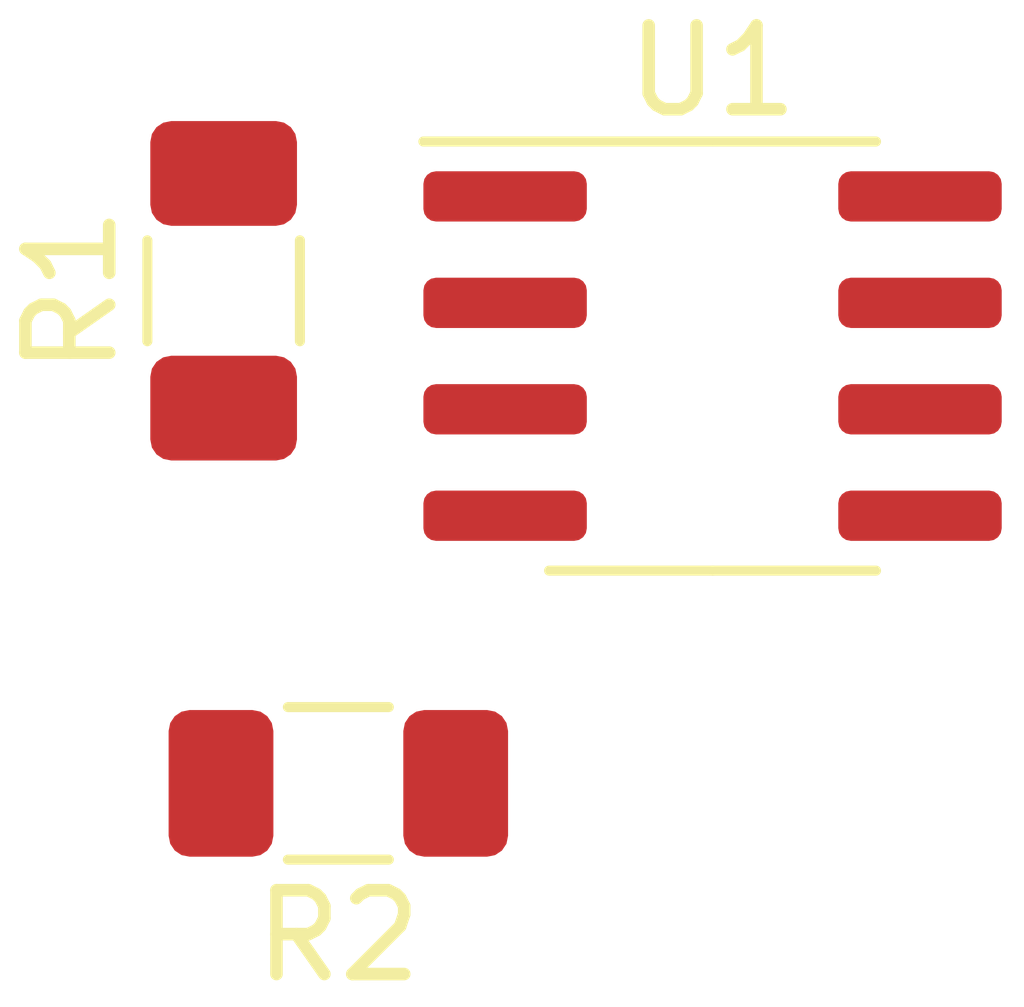
<source format=kicad_pcb>
(kicad_pcb (version 20171130) (host pcbnew "(5.1.2)-2")

  (general
    (thickness 1.6)
    (drawings 0)
    (tracks 0)
    (zones 0)
    (modules 3)
    (nets 7)
  )

  (page A4)
  (layers
    (0 F.Cu signal)
    (31 B.Cu signal)
    (32 B.Adhes user)
    (33 F.Adhes user)
    (34 B.Paste user)
    (35 F.Paste user)
    (36 B.SilkS user)
    (37 F.SilkS user)
    (38 B.Mask user)
    (39 F.Mask user)
    (40 Dwgs.User user)
    (41 Cmts.User user)
    (42 Eco1.User user)
    (43 Eco2.User user)
    (44 Edge.Cuts user)
    (45 Margin user)
    (46 B.CrtYd user)
    (47 F.CrtYd user)
    (48 B.Fab user)
    (49 F.Fab user)
  )

  (setup
    (last_trace_width 0.25)
    (trace_clearance 0.2)
    (zone_clearance 0.508)
    (zone_45_only no)
    (trace_min 0.2)
    (via_size 0.8)
    (via_drill 0.4)
    (via_min_size 0.4)
    (via_min_drill 0.3)
    (uvia_size 0.3)
    (uvia_drill 0.1)
    (uvias_allowed no)
    (uvia_min_size 0.2)
    (uvia_min_drill 0.1)
    (edge_width 0.05)
    (segment_width 0.2)
    (pcb_text_width 0.3)
    (pcb_text_size 1.5 1.5)
    (mod_edge_width 0.12)
    (mod_text_size 1 1)
    (mod_text_width 0.15)
    (pad_size 1.524 1.524)
    (pad_drill 0.762)
    (pad_to_mask_clearance 0.051)
    (solder_mask_min_width 0.25)
    (aux_axis_origin 0 0)
    (visible_elements 7FFFFFFF)
    (pcbplotparams
      (layerselection 0x010fc_ffffffff)
      (usegerberextensions false)
      (usegerberattributes false)
      (usegerberadvancedattributes false)
      (creategerberjobfile false)
      (excludeedgelayer true)
      (linewidth 0.100000)
      (plotframeref false)
      (viasonmask false)
      (mode 1)
      (useauxorigin false)
      (hpglpennumber 1)
      (hpglpenspeed 20)
      (hpglpendiameter 15.000000)
      (psnegative false)
      (psa4output false)
      (plotreference true)
      (plotvalue true)
      (plotinvisibletext false)
      (padsonsilk false)
      (subtractmaskfromsilk false)
      (outputformat 1)
      (mirror false)
      (drillshape 1)
      (scaleselection 1)
      (outputdirectory ""))
  )

  (net 0 "")
  (net 1 "Net-(R1-Pad1)")
  (net 2 GND)
  (net 3 "Net-(R2-Pad1)")
  (net 4 "Net-(U1-Pad1)")
  (net 5 "Net-(U1-Pad2)")
  (net 6 "Net-(U1-Pad5)")

  (net_class Default "This is the default net class."
    (clearance 0.2)
    (trace_width 0.25)
    (via_dia 0.8)
    (via_drill 0.4)
    (uvia_dia 0.3)
    (uvia_drill 0.1)
    (add_net GND)
    (add_net "Net-(R1-Pad1)")
    (add_net "Net-(R2-Pad1)")
    (add_net "Net-(U1-Pad1)")
    (add_net "Net-(U1-Pad2)")
    (add_net "Net-(U1-Pad5)")
  )

  (module Resistor_SMD:R_1206_3216Metric (layer F.Cu) (tedit 5B301BBD) (tstamp 5D537104)
    (at 143.9418 102.2761 90)
    (descr "Resistor SMD 1206 (3216 Metric), square (rectangular) end terminal, IPC_7351 nominal, (Body size source: http://www.tortai-tech.com/upload/download/2011102023233369053.pdf), generated with kicad-footprint-generator")
    (tags resistor)
    (path /5D537979)
    (attr smd)
    (fp_text reference R1 (at 0 -1.82 90) (layer F.SilkS)
      (effects (font (size 1 1) (thickness 0.15)))
    )
    (fp_text value R (at 0 1.82 90) (layer F.Fab)
      (effects (font (size 1 1) (thickness 0.15)))
    )
    (fp_line (start -1.6 0.8) (end -1.6 -0.8) (layer F.Fab) (width 0.1))
    (fp_line (start -1.6 -0.8) (end 1.6 -0.8) (layer F.Fab) (width 0.1))
    (fp_line (start 1.6 -0.8) (end 1.6 0.8) (layer F.Fab) (width 0.1))
    (fp_line (start 1.6 0.8) (end -1.6 0.8) (layer F.Fab) (width 0.1))
    (fp_line (start -0.602064 -0.91) (end 0.602064 -0.91) (layer F.SilkS) (width 0.12))
    (fp_line (start -0.602064 0.91) (end 0.602064 0.91) (layer F.SilkS) (width 0.12))
    (fp_line (start -2.28 1.12) (end -2.28 -1.12) (layer F.CrtYd) (width 0.05))
    (fp_line (start -2.28 -1.12) (end 2.28 -1.12) (layer F.CrtYd) (width 0.05))
    (fp_line (start 2.28 -1.12) (end 2.28 1.12) (layer F.CrtYd) (width 0.05))
    (fp_line (start 2.28 1.12) (end -2.28 1.12) (layer F.CrtYd) (width 0.05))
    (fp_text user %R (at 0 0 90) (layer F.Fab)
      (effects (font (size 0.8 0.8) (thickness 0.12)))
    )
    (pad 1 smd roundrect (at -1.4 0 90) (size 1.25 1.75) (layers F.Cu F.Paste F.Mask) (roundrect_rratio 0.2)
      (net 1 "Net-(R1-Pad1)"))
    (pad 2 smd roundrect (at 1.4 0 90) (size 1.25 1.75) (layers F.Cu F.Paste F.Mask) (roundrect_rratio 0.2)
      (net 2 GND))
    (model ${KISYS3DMOD}/Resistor_SMD.3dshapes/R_1206_3216Metric.wrl
      (at (xyz 0 0 0))
      (scale (xyz 1 1 1))
      (rotate (xyz 0 0 0))
    )
  )

  (module Resistor_SMD:R_1206_3216Metric (layer F.Cu) (tedit 5B301BBD) (tstamp 5D53C016)
    (at 145.3104 108.1532 180)
    (descr "Resistor SMD 1206 (3216 Metric), square (rectangular) end terminal, IPC_7351 nominal, (Body size source: http://www.tortai-tech.com/upload/download/2011102023233369053.pdf), generated with kicad-footprint-generator")
    (tags resistor)
    (path /5D538C75)
    (attr smd)
    (fp_text reference R2 (at 0 -1.82) (layer F.SilkS)
      (effects (font (size 1 1) (thickness 0.15)))
    )
    (fp_text value R (at 0 1.82) (layer F.Fab)
      (effects (font (size 1 1) (thickness 0.15)))
    )
    (fp_text user %R (at 0 0) (layer F.Fab)
      (effects (font (size 0.8 0.8) (thickness 0.12)))
    )
    (fp_line (start 2.28 1.12) (end -2.28 1.12) (layer F.CrtYd) (width 0.05))
    (fp_line (start 2.28 -1.12) (end 2.28 1.12) (layer F.CrtYd) (width 0.05))
    (fp_line (start -2.28 -1.12) (end 2.28 -1.12) (layer F.CrtYd) (width 0.05))
    (fp_line (start -2.28 1.12) (end -2.28 -1.12) (layer F.CrtYd) (width 0.05))
    (fp_line (start -0.602064 0.91) (end 0.602064 0.91) (layer F.SilkS) (width 0.12))
    (fp_line (start -0.602064 -0.91) (end 0.602064 -0.91) (layer F.SilkS) (width 0.12))
    (fp_line (start 1.6 0.8) (end -1.6 0.8) (layer F.Fab) (width 0.1))
    (fp_line (start 1.6 -0.8) (end 1.6 0.8) (layer F.Fab) (width 0.1))
    (fp_line (start -1.6 -0.8) (end 1.6 -0.8) (layer F.Fab) (width 0.1))
    (fp_line (start -1.6 0.8) (end -1.6 -0.8) (layer F.Fab) (width 0.1))
    (pad 2 smd roundrect (at 1.4 0 180) (size 1.25 1.75) (layers F.Cu F.Paste F.Mask) (roundrect_rratio 0.2)
      (net 1 "Net-(R1-Pad1)"))
    (pad 1 smd roundrect (at -1.4 0 180) (size 1.25 1.75) (layers F.Cu F.Paste F.Mask) (roundrect_rratio 0.2)
      (net 3 "Net-(R2-Pad1)"))
    (model ${KISYS3DMOD}/Resistor_SMD.3dshapes/R_1206_3216Metric.wrl
      (at (xyz 0 0 0))
      (scale (xyz 1 1 1))
      (rotate (xyz 0 0 0))
    )
  )

  (module Package_SO:SOIC-8_3.9x4.9mm_P1.27mm (layer F.Cu) (tedit 5C97300E) (tstamp 5D53C030)
    (at 149.775001 103.055001)
    (descr "SOIC, 8 Pin (JEDEC MS-012AA, https://www.analog.com/media/en/package-pcb-resources/package/pkg_pdf/soic_narrow-r/r_8.pdf), generated with kicad-footprint-generator ipc_gullwing_generator.py")
    (tags "SOIC SO")
    (path /5D536DEC)
    (attr smd)
    (fp_text reference U1 (at 0 -3.4) (layer F.SilkS)
      (effects (font (size 1 1) (thickness 0.15)))
    )
    (fp_text value LM321 (at 0 3.4) (layer F.Fab)
      (effects (font (size 1 1) (thickness 0.15)))
    )
    (fp_line (start 0 2.56) (end 1.95 2.56) (layer F.SilkS) (width 0.12))
    (fp_line (start 0 2.56) (end -1.95 2.56) (layer F.SilkS) (width 0.12))
    (fp_line (start 0 -2.56) (end 1.95 -2.56) (layer F.SilkS) (width 0.12))
    (fp_line (start 0 -2.56) (end -3.45 -2.56) (layer F.SilkS) (width 0.12))
    (fp_line (start -0.975 -2.45) (end 1.95 -2.45) (layer F.Fab) (width 0.1))
    (fp_line (start 1.95 -2.45) (end 1.95 2.45) (layer F.Fab) (width 0.1))
    (fp_line (start 1.95 2.45) (end -1.95 2.45) (layer F.Fab) (width 0.1))
    (fp_line (start -1.95 2.45) (end -1.95 -1.475) (layer F.Fab) (width 0.1))
    (fp_line (start -1.95 -1.475) (end -0.975 -2.45) (layer F.Fab) (width 0.1))
    (fp_line (start -3.7 -2.7) (end -3.7 2.7) (layer F.CrtYd) (width 0.05))
    (fp_line (start -3.7 2.7) (end 3.7 2.7) (layer F.CrtYd) (width 0.05))
    (fp_line (start 3.7 2.7) (end 3.7 -2.7) (layer F.CrtYd) (width 0.05))
    (fp_line (start 3.7 -2.7) (end -3.7 -2.7) (layer F.CrtYd) (width 0.05))
    (fp_text user %R (at 0 0) (layer F.Fab)
      (effects (font (size 0.98 0.98) (thickness 0.15)))
    )
    (pad 1 smd roundrect (at -2.475 -1.905) (size 1.95 0.6) (layers F.Cu F.Paste F.Mask) (roundrect_rratio 0.25)
      (net 4 "Net-(U1-Pad1)"))
    (pad 2 smd roundrect (at -2.475 -0.635) (size 1.95 0.6) (layers F.Cu F.Paste F.Mask) (roundrect_rratio 0.25)
      (net 5 "Net-(U1-Pad2)"))
    (pad 3 smd roundrect (at -2.475 0.635) (size 1.95 0.6) (layers F.Cu F.Paste F.Mask) (roundrect_rratio 0.25)
      (net 1 "Net-(R1-Pad1)"))
    (pad 4 smd roundrect (at -2.475 1.905) (size 1.95 0.6) (layers F.Cu F.Paste F.Mask) (roundrect_rratio 0.25)
      (net 3 "Net-(R2-Pad1)"))
    (pad 5 smd roundrect (at 2.475 1.905) (size 1.95 0.6) (layers F.Cu F.Paste F.Mask) (roundrect_rratio 0.25)
      (net 6 "Net-(U1-Pad5)"))
    (pad 6 smd roundrect (at 2.475 0.635) (size 1.95 0.6) (layers F.Cu F.Paste F.Mask) (roundrect_rratio 0.25))
    (pad 7 smd roundrect (at 2.475 -0.635) (size 1.95 0.6) (layers F.Cu F.Paste F.Mask) (roundrect_rratio 0.25))
    (pad 8 smd roundrect (at 2.475 -1.905) (size 1.95 0.6) (layers F.Cu F.Paste F.Mask) (roundrect_rratio 0.25))
    (model ${KISYS3DMOD}/Package_SO.3dshapes/SOIC-8_3.9x4.9mm_P1.27mm.wrl
      (at (xyz 0 0 0))
      (scale (xyz 1 1 1))
      (rotate (xyz 0 0 0))
    )
  )

)

</source>
